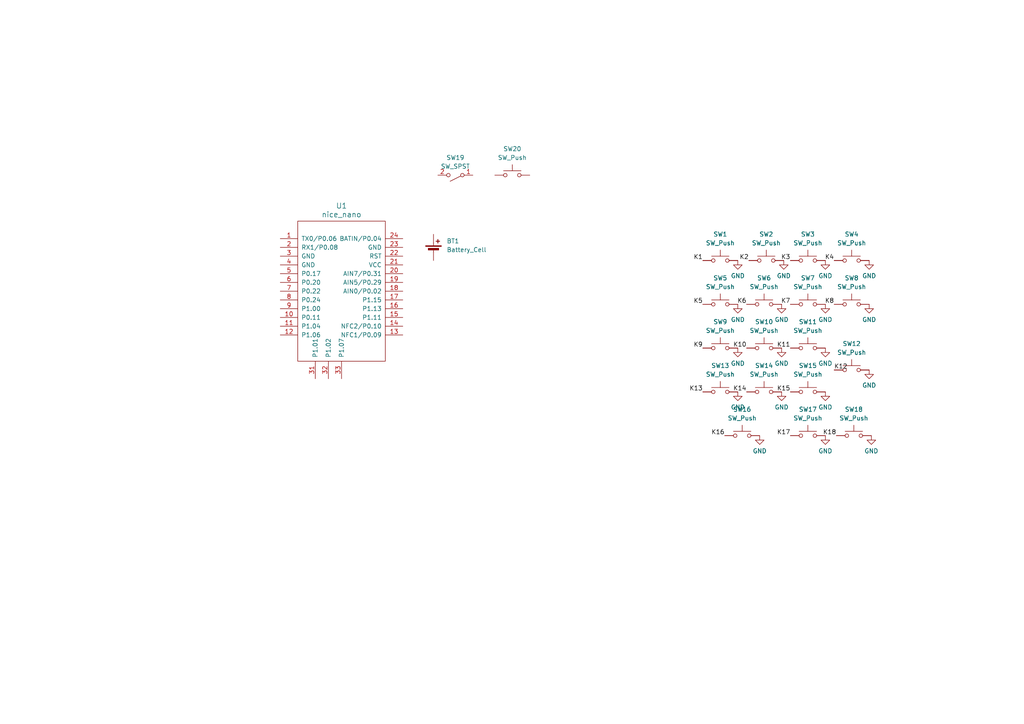
<source format=kicad_sch>
(kicad_sch (version 20230121) (generator eeschema)
  (paper "A4")
  (lib_symbols
    (symbol "Device:Battery_Cell" (pin_numbers hide) (pin_names (offset 0) hide)
      (property "Reference" "BT" (at 2.54 2.54 0))
      (property "Value" "Battery_Cell" (at 2.54 0 0))
      (symbol "Battery_Cell_0_1"
        (rectangle (start -2.286 1.778) (end 2.286 1.524) (fill (type outline)))
        (rectangle (start -1.524 1.016) (end 1.524 0.508) (fill (type outline)))
        (polyline (pts (xy 0 0.762) (xy 0 0)))
        (polyline (pts (xy 0 1.778) (xy 0 2.54)))
        (polyline (pts (xy 0.762 3.048) (xy 1.778 3.048)) (stroke (width 0.254)))
        (polyline (pts (xy 1.27 3.556) (xy 1.27 2.54)) (stroke (width 0.254)))
      )
      (symbol "Battery_Cell_1_1"
        (pin passive line (at 0 5.08 270) (length 2.54) (name "+") (number "1"))
        (pin passive line (at 0 -2.54 90) (length 2.54) (name "-") (number "2"))
      )
    )
    (symbol "Switch:SW_Push" (pin_numbers hide) (pin_names (offset 1.016) hide)
      (property "Reference" "SW" (at 1.27 2.54 0))
      (property "Value" "SW_Push" (at 0 -1.524 0))
      (symbol "SW_Push_0_1"
        (circle (center -2.032 0) (radius 0.508))
        (polyline (pts (xy 0 1.27) (xy 0 3.048)))
        (polyline (pts (xy 2.54 1.27) (xy -2.54 1.27)))
        (circle (center 2.032 0) (radius 0.508))
        (pin passive line (at -5.08 0 0) (length 2.54) (name "1") (number "1"))
        (pin passive line (at 5.08 0 180) (length 2.54) (name "2") (number "2"))
      )
    )
    (symbol "Switch:SW_SPST" (pin_names (offset 0) hide)
      (property "Reference" "SW" (at 0 3.175 0))
      (property "Value" "SW_SPST" (at 0 -2.54 0))
      (symbol "SW_SPST_0_0"
        (circle (center -2.032 0) (radius 0.508))
        (polyline (pts (xy -1.524 0.254) (xy 1.524 1.778)))
        (circle (center 2.032 0) (radius 0.508))
      )
      (symbol "SW_SPST_1_1"
        (pin passive line (at -5.08 0 0) (length 2.54) (name "A") (number "1"))
        (pin passive line (at 5.08 0 180) (length 2.54) (name "B") (number "2"))
      )
    )
    (symbol "power:GND" (power) (pin_names (offset 0))
      (property "Value" "GND" (at 0 -3.81 0))
      (symbol "GND_0_1"
        (polyline (pts (xy 0 0) (xy 0 -1.27) (xy 1.27 -1.27) (xy 0 -2.54) (xy -1.27 -1.27) (xy 0 -1.27)))
      )
      (symbol "GND_1_1"
        (pin power_in line (at 0 0 270) (length 0) hide (name "GND") (number "1"))
      )
    )
    (symbol "switches:nice_nano" (pin_names (offset 1.016))
      (property "Reference" "U" (at 0 0 0))
      (property "Value" "nice_nano" (at 0 2.54 0))
      (symbol "nice_nano_0_1"
        (rectangle (start -12.7 -21.59) (end 12.7 19.05))
      )
      (symbol "nice_nano_1_1"
        (pin input line (at -17.78 13.97 0) (length 5.08) (name "TX0/P0.06") (number "1"))
        (pin input line (at -17.78 -8.89 0) (length 5.08) (name "P0.11") (number "10"))
        (pin input line (at -17.78 -11.43 0) (length 5.08) (name "P1.04") (number "11"))
        (pin input line (at -17.78 -13.97 0) (length 5.08) (name "P1.06") (number "12"))
        (pin input line (at 17.78 -13.97 180) (length 5.08) (name "NFC1/P0.09") (number "13"))
        (pin input line (at 17.78 -11.43 180) (length 5.08) (name "NFC2/P0.10") (number "14"))
        (pin input line (at 17.78 -8.89 180) (length 5.08) (name "P1.11") (number "15"))
        (pin input line (at 17.78 -6.35 180) (length 5.08) (name "P1.13") (number "16"))
        (pin input line (at 17.78 -3.81 180) (length 5.08) (name "P1.15") (number "17"))
        (pin input line (at 17.78 -1.27 180) (length 5.08) (name "AIN0/P0.02") (number "18"))
        (pin input line (at 17.78 1.27 180) (length 5.08) (name "AIN5/P0.29") (number "19"))
        (pin input line (at -17.78 11.43 0) (length 5.08) (name "RX1/P0.08") (number "2"))
        (pin input line (at 17.78 3.81 180) (length 5.08) (name "AIN7/P0.31") (number "20"))
        (pin input line (at 17.78 6.35 180) (length 5.08) (name "VCC") (number "21"))
        (pin input line (at 17.78 8.89 180) (length 5.08) (name "RST") (number "22"))
        (pin input line (at 17.78 11.43 180) (length 5.08) (name "GND") (number "23"))
        (pin input line (at 17.78 13.97 180) (length 5.08) (name "BATIN/P0.04") (number "24"))
        (pin input line (at -17.78 8.89 0) (length 5.08) (name "GND") (number "3"))
        (pin input line (at -7.62 -26.67 90) (length 5.08) (name "P1.01") (number "31"))
        (pin input line (at -3.81 -26.67 90) (length 5.08) (name "P1.02") (number "32"))
        (pin input line (at 0 -26.67 90) (length 5.08) (name "P1.07") (number "33"))
        (pin input line (at -17.78 6.35 0) (length 5.08) (name "GND") (number "4"))
        (pin input line (at -17.78 3.81 0) (length 5.08) (name "P0.17") (number "5"))
        (pin input line (at -17.78 1.27 0) (length 5.08) (name "P0.20") (number "6"))
        (pin input line (at -17.78 -1.27 0) (length 5.08) (name "P0.22") (number "7"))
        (pin input line (at -17.78 -3.81 0) (length 5.08) (name "P0.24") (number "8"))
        (pin input line (at -17.78 -6.35 0) (length 5.08) (name "P1.00") (number "9"))
      )
    )
  )
  (label "K14" (at 216.535 113.665 180))
  (label "K12" (at 241.935 107.315 0))
  (label "K4" (at 241.935 75.565 180))
  (label "K2" (at 217.17 75.565 180))
  (label "K1" (at 203.835 75.565 180))
  (label "K6" (at 216.535 88.265 180))
  (label "K8" (at 241.935 88.265 180))
  (label "K15" (at 229.235 113.665 180))
  (label "K3" (at 229.235 75.565 180))
  (label "K10" (at 216.535 100.965 180))
  (label "K9" (at 203.835 100.965 180))
  (label "K11" (at 229.235 100.965 180))
  (label "K5" (at 203.835 88.265 180))
  (label "K18" (at 242.57 126.365 180))
  (label "K16" (at 210.185 126.365 180))
  (label "K13" (at 203.835 113.665 180))
  (label "K17" (at 229.235 126.365 180))
  (label "K7" (at 229.235 88.265 180))
  (symbol (lib_id "Switch:SW_Push") (at 221.615 113.665 0) (unit 1)
    (property "Reference" "SW14" (at 221.615 106.045 0))
    (property "Value" "SW_Push" (at 221.615 108.585 0))
    (property "Footprint" "Keebio-Parts:Kailh-PG1350-1u-NoLED" (effects hide))
  )
  (symbol (lib_id "Switch:SW_Push") (at 247.65 126.365 0) (unit 1)
    (property "Reference" "SW18" (at 247.65 118.745 0))
    (property "Value" "SW_Push" (at 247.65 121.285 0))
    (property "Footprint" "Keebio-Parts:Kailh-PG1350-1u-NoLED" (effects hide))
  )
  (symbol (lib_id "power:GND") (at 226.695 113.665 0) (unit 1)
    (property "Reference" "#PWR014" (effects hide))
    (property "Value" "GND" (at 226.695 118.11 0))
  )
  (symbol (lib_id "Switch:SW_Push") (at 215.265 126.365 0) (unit 1)
    (property "Reference" "SW16" (at 215.265 118.745 0))
    (property "Value" "SW_Push" (at 215.265 121.285 0))
    (property "Footprint" "Keebio-Parts:Kailh-PG1350-2u-NoLED" (effects hide))
  )
  (symbol (lib_id "power:GND") (at 220.345 126.365 0) (unit 1)
    (property "Reference" "#PWR016" (effects hide))
    (property "Value" "GND" (at 220.345 130.81 0))
  )
  (symbol (lib_id "power:GND") (at 239.395 100.965 0) (unit 1)
    (property "Reference" "#PWR011" (effects hide))
    (property "Value" "GND" (at 239.395 105.41 0))
  )
  (symbol (lib_id "Switch:SW_Push") (at 208.915 113.665 0) (unit 1)
    (property "Reference" "SW13" (at 208.915 106.045 0))
    (property "Value" "SW_Push" (at 208.915 108.585 0))
    (property "Footprint" "Keebio-Parts:Kailh-PG1350-1u-NoLED" (effects hide))
  )
  (symbol (lib_id "power:GND") (at 213.995 113.665 0) (unit 1)
    (property "Reference" "#PWR013" (effects hide))
    (property "Value" "GND" (at 213.995 118.11 0))
  )
  (symbol (lib_id "Switch:SW_Push") (at 247.015 88.265 0) (unit 1)
    (property "Reference" "SW8" (at 247.015 80.645 0))
    (property "Value" "SW_Push" (at 247.015 83.185 0))
    (property "Footprint" "Keebio-Parts:Kailh-PG1350-1u-NoLED" (effects hide))
  )
  (symbol (lib_id "power:GND") (at 239.395 75.565 0) (unit 1)
    (property "Reference" "#PWR03" (effects hide))
    (property "Value" "GND" (at 239.395 80.01 0))
  )
  (symbol (lib_id "power:GND") (at 213.995 88.265 0) (unit 1)
    (property "Reference" "#PWR08" (effects hide))
    (property "Value" "GND" (at 213.995 92.71 0))
  )
  (symbol (lib_id "Switch:SW_Push") (at 208.915 100.965 0) (unit 1)
    (property "Reference" "SW9" (at 208.915 93.345 0))
    (property "Value" "SW_Push" (at 208.915 95.885 0))
    (property "Footprint" "Keebio-Parts:Kailh-PG1350-1u-NoLED" (effects hide))
  )
  (symbol (lib_id "Switch:SW_Push") (at 234.315 75.565 0) (unit 1)
    (property "Reference" "SW3" (at 234.315 67.945 0))
    (property "Value" "SW_Push" (at 234.315 70.485 0))
    (property "Footprint" "Keebio-Parts:Kailh-PG1350-1u-NoLED" (effects hide))
  )
  (symbol (lib_id "power:GND") (at 252.095 107.315 0) (unit 1)
    (property "Reference" "#PWR012" (effects hide))
    (property "Value" "GND" (at 252.095 111.76 0))
  )
  (symbol (lib_id "power:GND") (at 252.095 75.565 0) (unit 1)
    (property "Reference" "#PWR04" (effects hide))
    (property "Value" "GND" (at 252.095 80.01 0))
  )
  (symbol (lib_id "Switch:SW_Push") (at 234.315 88.265 0) (unit 1)
    (property "Reference" "SW7" (at 234.315 80.645 0))
    (property "Value" "SW_Push" (at 234.315 83.185 0))
    (property "Footprint" "Keebio-Parts:Kailh-PG1350-1u-NoLED" (effects hide))
  )
  (symbol (lib_id "Switch:SW_Push") (at 234.315 113.665 0) (unit 1)
    (property "Reference" "SW15" (at 234.315 106.045 0))
    (property "Value" "SW_Push" (at 234.315 108.585 0))
    (property "Footprint" "Keebio-Parts:Kailh-PG1350-1u-NoLED" (effects hide))
  )
  (symbol (lib_id "Switch:SW_Push") (at 222.25 75.565 0) (unit 1)
    (property "Reference" "SW2" (at 222.25 67.945 0))
    (property "Value" "SW_Push" (at 222.25 70.485 0))
    (property "Footprint" "Keebio-Parts:Kailh-PG1350-1u-NoLED" (effects hide))
  )
  (symbol (lib_id "power:GND") (at 239.395 113.665 0) (unit 1)
    (property "Reference" "#PWR015" (effects hide))
    (property "Value" "GND" (at 239.395 118.11 0))
  )
  (symbol (lib_id "Switch:SW_Push") (at 208.915 75.565 0) (unit 1)
    (property "Reference" "SW1" (at 208.915 67.945 0))
    (property "Value" "SW_Push" (at 208.915 70.485 0))
    (property "Footprint" "Keebio-Parts:Kailh-PG1350-1u-NoLED" (effects hide))
  )
  (symbol (lib_id "Switch:SW_Push") (at 234.315 100.965 0) (unit 1)
    (property "Reference" "SW11" (at 234.315 93.345 0))
    (property "Value" "SW_Push" (at 234.315 95.885 0))
    (property "Footprint" "Keebio-Parts:Kailh-PG1350-1u-NoLED" (effects hide))
  )
  (symbol (lib_id "power:GND") (at 227.33 75.565 0) (unit 1)
    (property "Reference" "#PWR02" (effects hide))
    (property "Value" "GND" (at 227.33 80.01 0))
  )
  (symbol (lib_id "power:GND") (at 226.695 88.265 0) (unit 1)
    (property "Reference" "#PWR07" (effects hide))
    (property "Value" "GND" (at 226.695 92.71 0))
  )
  (symbol (lib_id "power:GND") (at 213.995 100.965 0) (unit 1)
    (property "Reference" "#PWR09" (effects hide))
    (property "Value" "GND" (at 213.995 105.41 0))
  )
  (symbol (lib_id "Switch:SW_Push") (at 234.315 126.365 0) (unit 1)
    (property "Reference" "SW17" (at 234.315 118.745 0))
    (property "Value" "SW_Push" (at 234.315 121.285 0))
    (property "Footprint" "Keebio-Parts:Kailh-PG1350-1u-NoLED" (effects hide))
  )
  (symbol (lib_id "power:GND") (at 239.395 126.365 0) (unit 1)
    (property "Reference" "#PWR017" (effects hide))
    (property "Value" "GND" (at 239.395 130.81 0))
  )
  (symbol (lib_id "switches:nice_nano") (at 99.06 83.185 0) (unit 1)
    (property "Reference" "U1" (at 99.06 59.69 0) (effects (font (size 1.524 1.524))))
    (property "Value" "nice_nano" (at 99.06 62.23 0) (effects (font (size 1.524 1.524))))
    (property "Footprint" "keyswitches:nice_nano" (effects hide))
  )
  (symbol (lib_id "Switch:SW_Push") (at 247.015 107.315 0) (unit 1)
    (property "Reference" "SW12" (at 247.015 99.695 0))
    (property "Value" "SW_Push" (at 247.015 102.235 0))
    (property "Footprint" "Keebio-Parts:Kailh-PG1350-2u-Vert-NoLED" (effects hide))
  )
  (symbol (lib_id "Device:Battery_Cell") (at 125.73 73.025 0) (unit 1)
    (property "Reference" "BT1" (at 129.54 69.9135 0) (effects (justify left)))
    (property "Value" "Battery_Cell" (at 129.54 72.4535 0) (effects (justify left)))
    (property "Footprint" "Connector_JST:JST_XH_S2B-XH-A_1x02_P2.50mm_Horizontal" (effects hide))
  )
  (symbol (lib_id "power:GND") (at 252.73 126.365 0) (unit 1)
    (property "Reference" "#PWR018" (effects hide))
    (property "Value" "GND" (at 252.73 130.81 0))
  )
  (symbol (lib_id "Switch:SW_Push") (at 247.015 75.565 0) (unit 1)
    (property "Reference" "SW4" (at 247.015 67.945 0))
    (property "Value" "SW_Push" (at 247.015 70.485 0))
    (property "Footprint" "Keebio-Parts:Kailh-PG1350-1u-NoLED" (effects hide))
  )
  (symbol (lib_id "power:GND") (at 239.395 88.265 0) (unit 1)
    (property "Reference" "#PWR06" (effects hide))
    (property "Value" "GND" (at 239.395 92.71 0))
  )
  (symbol (lib_id "Switch:SW_SPST") (at 132.08 50.8 180) (unit 1)
    (property "Reference" "SW19" (at 132.08 45.72 0))
    (property "Value" "SW_SPST" (at 132.08 48.26 0))
    (property "Footprint" "Button_Switch_THT:SW_CuK_OS102011MA1QN1_SPDT_Angled" (effects hide))
  )
  (symbol (lib_id "Switch:SW_Push") (at 221.615 100.965 0) (unit 1)
    (property "Reference" "SW10" (at 221.615 93.345 0))
    (property "Value" "SW_Push" (at 221.615 95.885 0))
    (property "Footprint" "Keebio-Parts:Kailh-PG1350-1u-NoLED" (effects hide))
  )
  (symbol (lib_id "Switch:SW_Push") (at 208.915 88.265 0) (unit 1)
    (property "Reference" "SW5" (at 208.915 80.645 0))
    (property "Value" "SW_Push" (at 208.915 83.185 0))
    (property "Footprint" "Keebio-Parts:Kailh-PG1350-1u-NoLED" (effects hide))
  )
  (symbol (lib_id "power:GND") (at 213.995 75.565 0) (unit 1)
    (property "Reference" "#PWR01" (effects hide))
    (property "Value" "GND" (at 213.995 80.01 0))
  )
  (symbol (lib_id "Switch:SW_Push") (at 148.59 50.8 0) (unit 1)
    (property "Reference" "SW20" (at 148.59 43.18 0))
    (property "Value" "SW_Push" (at 148.59 45.72 0))
    (property "Footprint" "Button_Switch_THT:SW_Tactile_SPST_Angled_PTS645Vx31-2LFS" (effects hide))
  )
  (symbol (lib_id "power:GND") (at 226.695 100.965 0) (unit 1)
    (property "Reference" "#PWR010" (effects hide))
    (property "Value" "GND" (at 226.695 105.41 0))
  )
  (symbol (lib_id "power:GND") (at 252.095 88.265 0) (unit 1)
    (property "Reference" "#PWR05" (effects hide))
    (property "Value" "GND" (at 252.095 92.71 0))
  )
  (symbol (lib_id "Switch:SW_Push") (at 221.615 88.265 0) (unit 1)
    (property "Reference" "SW6" (at 221.615 80.645 0))
    (property "Value" "SW_Push" (at 221.615 83.185 0))
    (property "Footprint" "Keebio-Parts:Kailh-PG1350-1u-NoLED" (effects hide))
  )
)
</source>
